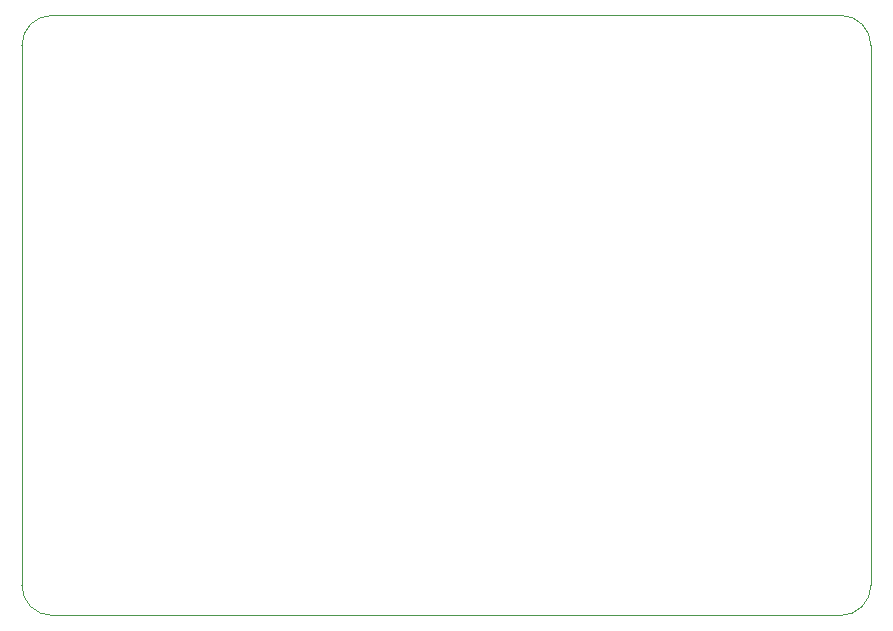
<source format=gm1>
G04 #@! TF.GenerationSoftware,KiCad,Pcbnew,(6.0.7)*
G04 #@! TF.CreationDate,2023-02-19T14:25:41-04:00*
G04 #@! TF.ProjectId,Twitch Switch Base,54776974-6368-4205-9377-697463682042,rev?*
G04 #@! TF.SameCoordinates,Original*
G04 #@! TF.FileFunction,Profile,NP*
%FSLAX46Y46*%
G04 Gerber Fmt 4.6, Leading zero omitted, Abs format (unit mm)*
G04 Created by KiCad (PCBNEW (6.0.7)) date 2023-02-19 14:25:41*
%MOMM*%
%LPD*%
G01*
G04 APERTURE LIST*
G04 #@! TA.AperFunction,Profile*
%ADD10C,0.100000*%
G04 #@! TD*
G04 APERTURE END LIST*
D10*
X187452000Y-78740000D02*
G75*
G03*
X184912000Y-76200000I-2540000J0D01*
G01*
X118110000Y-76200000D02*
X184912000Y-76200000D01*
X118110000Y-127000000D02*
X184912000Y-127000000D01*
X115570000Y-124460000D02*
G75*
G03*
X118110000Y-127000000I2540000J0D01*
G01*
X118110000Y-76200000D02*
G75*
G03*
X115570000Y-78740000I0J-2540000D01*
G01*
X184912000Y-127000000D02*
G75*
G03*
X187452000Y-124460000I0J2540000D01*
G01*
X187452000Y-78740000D02*
X187452000Y-124460000D01*
X115570000Y-124460000D02*
X115570000Y-78740000D01*
M02*

</source>
